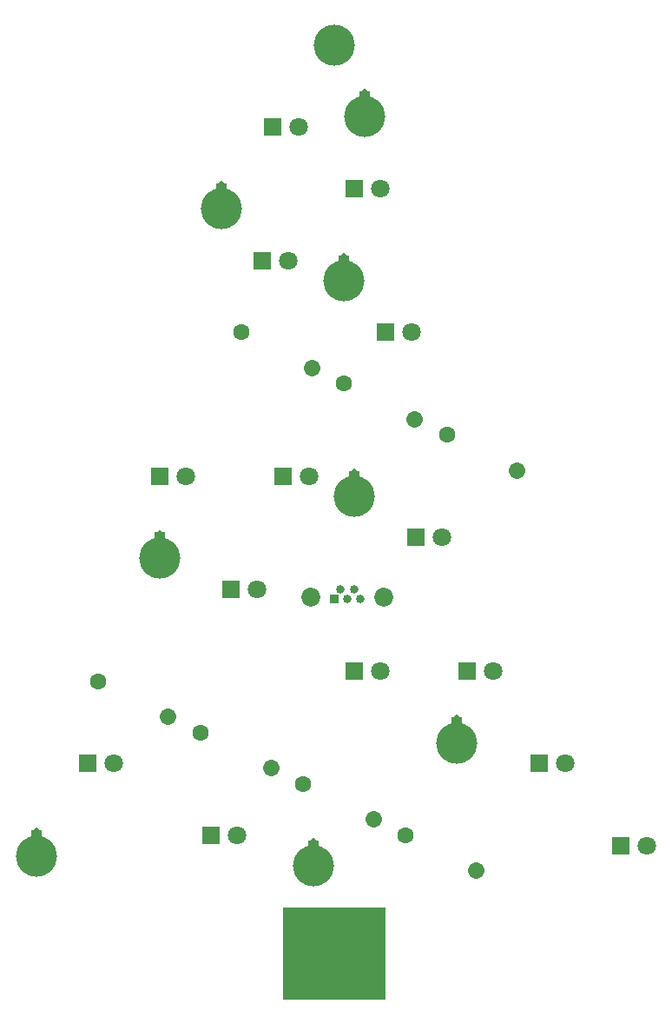
<source format=gts>
G04 #@! TF.FileFunction,Soldermask,Top*
%FSLAX46Y46*%
G04 Gerber Fmt 4.6, Leading zero omitted, Abs format (unit mm)*
G04 Created by KiCad (PCBNEW 4.0.7) date Wednesday, October 25, 2017 'PMt' 05:20:39 PM*
%MOMM*%
%LPD*%
G01*
G04 APERTURE LIST*
%ADD10C,0.100000*%
%ADD11R,0.840000X0.840000*%
%ADD12C,0.840000*%
%ADD13C,1.850000*%
%ADD14C,4.000000*%
%ADD15R,1.000000X1.000000*%
%ADD16C,0.500000*%
%ADD17C,1.600000*%
%ADD18C,1.600000*%
%ADD19R,1.800000X1.800000*%
%ADD20C,1.800000*%
%ADD21R,10.000000X9.000000*%
G04 APERTURE END LIST*
D10*
D11*
X135000000Y-90000000D03*
D12*
X135650000Y-89000000D03*
X136300000Y-90000000D03*
X136950000Y-89000000D03*
X137600000Y-90000000D03*
D13*
X132725000Y-89780000D03*
X139875000Y-89780000D03*
D14*
X133000000Y-116000000D03*
D15*
X133000000Y-114000000D03*
D16*
X133000000Y-113500000D03*
D14*
X106000000Y-115000000D03*
D15*
X106000000Y-113000000D03*
D16*
X106000000Y-112500000D03*
D14*
X118000000Y-86000000D03*
D15*
X118000000Y-84000000D03*
D16*
X118000000Y-83500000D03*
D14*
X147000000Y-104000000D03*
D15*
X147000000Y-102000000D03*
D16*
X147000000Y-101500000D03*
D14*
X137000000Y-80000000D03*
D15*
X137000000Y-78000000D03*
D16*
X137000000Y-77500000D03*
D14*
X136000000Y-59000000D03*
D15*
X136000000Y-57000000D03*
D16*
X136000000Y-56500000D03*
D14*
X138000000Y-43000000D03*
D15*
X138000000Y-41000000D03*
D16*
X138000000Y-40500000D03*
D14*
X124000000Y-52000000D03*
D15*
X124000000Y-50000000D03*
D16*
X124000000Y-49500000D03*
D17*
X112000000Y-98000000D03*
D18*
X118813455Y-101411924D02*
X118813455Y-101411924D01*
D17*
X122000000Y-103000000D03*
D18*
X128813455Y-106411924D02*
X128813455Y-106411924D01*
D17*
X132000000Y-108000000D03*
D18*
X138813455Y-111411924D02*
X138813455Y-111411924D01*
D17*
X142000000Y-113000000D03*
D18*
X148813455Y-116411924D02*
X148813455Y-116411924D01*
D17*
X126000000Y-64000000D03*
D18*
X132813455Y-67411924D02*
X132813455Y-67411924D01*
D17*
X136000000Y-69000000D03*
D18*
X142813455Y-72411924D02*
X142813455Y-72411924D01*
D17*
X146000000Y-74000000D03*
D18*
X152813455Y-77411924D02*
X152813455Y-77411924D01*
D14*
X135000000Y-36000000D03*
D19*
X129000000Y-44000000D03*
D20*
X131540000Y-44000000D03*
D19*
X140000000Y-64000000D03*
D20*
X142540000Y-64000000D03*
D19*
X143000000Y-84000000D03*
D20*
X145540000Y-84000000D03*
D19*
X118000000Y-78000000D03*
D20*
X120540000Y-78000000D03*
D19*
X137000000Y-50000000D03*
D20*
X139540000Y-50000000D03*
D19*
X128000000Y-57000000D03*
D20*
X130540000Y-57000000D03*
D19*
X163000000Y-114000000D03*
D20*
X165540000Y-114000000D03*
D19*
X155000000Y-106000000D03*
D20*
X157540000Y-106000000D03*
D19*
X130000000Y-78000000D03*
D20*
X132540000Y-78000000D03*
D19*
X137000000Y-97000000D03*
D20*
X139540000Y-97000000D03*
D19*
X148000000Y-97000000D03*
D20*
X150540000Y-97000000D03*
D19*
X125000000Y-89000000D03*
D20*
X127540000Y-89000000D03*
D19*
X123000000Y-113000000D03*
D20*
X125540000Y-113000000D03*
D19*
X111000000Y-106000000D03*
D20*
X113540000Y-106000000D03*
D21*
X135000000Y-124500000D03*
M02*

</source>
